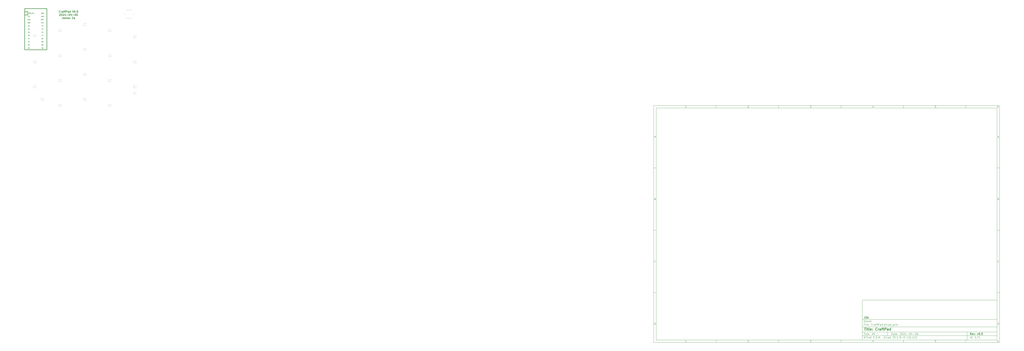
<source format=gbr>
%TF.GenerationSoftware,KiCad,Pcbnew,(5.1.9-0-10_14)*%
%TF.CreationDate,2021-04-06T08:54:49+08:00*%
%TF.ProjectId,CraftPad,43726166-7450-4616-942e-6b696361645f,v0.5*%
%TF.SameCoordinates,Original*%
%TF.FileFunction,Legend,Top*%
%TF.FilePolarity,Positive*%
%FSLAX46Y46*%
G04 Gerber Fmt 4.6, Leading zero omitted, Abs format (unit mm)*
G04 Created by KiCad (PCBNEW (5.1.9-0-10_14)) date 2021-04-06 08:54:49*
%MOMM*%
%LPD*%
G01*
G04 APERTURE LIST*
%ADD10C,0.100000*%
%ADD11C,0.150000*%
%ADD12C,0.300000*%
%ADD13C,0.400000*%
%ADD14C,0.120000*%
%ADD15C,0.381000*%
G04 APERTURE END LIST*
D10*
D11*
X177002200Y-166007200D02*
X177002200Y-198007200D01*
X285002200Y-198007200D01*
X285002200Y-166007200D01*
X177002200Y-166007200D01*
D10*
D11*
X10000000Y-10000000D02*
X10000000Y-200007200D01*
X287002200Y-200007200D01*
X287002200Y-10000000D01*
X10000000Y-10000000D01*
D10*
D11*
X12000000Y-12000000D02*
X12000000Y-198007200D01*
X285002200Y-198007200D01*
X285002200Y-12000000D01*
X12000000Y-12000000D01*
D10*
D11*
X60000000Y-12000000D02*
X60000000Y-10000000D01*
D10*
D11*
X110000000Y-12000000D02*
X110000000Y-10000000D01*
D10*
D11*
X160000000Y-12000000D02*
X160000000Y-10000000D01*
D10*
D11*
X210000000Y-12000000D02*
X210000000Y-10000000D01*
D10*
D11*
X260000000Y-12000000D02*
X260000000Y-10000000D01*
D10*
D11*
X36065476Y-11588095D02*
X35322619Y-11588095D01*
X35694047Y-11588095D02*
X35694047Y-10288095D01*
X35570238Y-10473809D01*
X35446428Y-10597619D01*
X35322619Y-10659523D01*
D10*
D11*
X85322619Y-10411904D02*
X85384523Y-10350000D01*
X85508333Y-10288095D01*
X85817857Y-10288095D01*
X85941666Y-10350000D01*
X86003571Y-10411904D01*
X86065476Y-10535714D01*
X86065476Y-10659523D01*
X86003571Y-10845238D01*
X85260714Y-11588095D01*
X86065476Y-11588095D01*
D10*
D11*
X135260714Y-10288095D02*
X136065476Y-10288095D01*
X135632142Y-10783333D01*
X135817857Y-10783333D01*
X135941666Y-10845238D01*
X136003571Y-10907142D01*
X136065476Y-11030952D01*
X136065476Y-11340476D01*
X136003571Y-11464285D01*
X135941666Y-11526190D01*
X135817857Y-11588095D01*
X135446428Y-11588095D01*
X135322619Y-11526190D01*
X135260714Y-11464285D01*
D10*
D11*
X185941666Y-10721428D02*
X185941666Y-11588095D01*
X185632142Y-10226190D02*
X185322619Y-11154761D01*
X186127380Y-11154761D01*
D10*
D11*
X236003571Y-10288095D02*
X235384523Y-10288095D01*
X235322619Y-10907142D01*
X235384523Y-10845238D01*
X235508333Y-10783333D01*
X235817857Y-10783333D01*
X235941666Y-10845238D01*
X236003571Y-10907142D01*
X236065476Y-11030952D01*
X236065476Y-11340476D01*
X236003571Y-11464285D01*
X235941666Y-11526190D01*
X235817857Y-11588095D01*
X235508333Y-11588095D01*
X235384523Y-11526190D01*
X235322619Y-11464285D01*
D10*
D11*
X285941666Y-10288095D02*
X285694047Y-10288095D01*
X285570238Y-10350000D01*
X285508333Y-10411904D01*
X285384523Y-10597619D01*
X285322619Y-10845238D01*
X285322619Y-11340476D01*
X285384523Y-11464285D01*
X285446428Y-11526190D01*
X285570238Y-11588095D01*
X285817857Y-11588095D01*
X285941666Y-11526190D01*
X286003571Y-11464285D01*
X286065476Y-11340476D01*
X286065476Y-11030952D01*
X286003571Y-10907142D01*
X285941666Y-10845238D01*
X285817857Y-10783333D01*
X285570238Y-10783333D01*
X285446428Y-10845238D01*
X285384523Y-10907142D01*
X285322619Y-11030952D01*
D10*
D11*
X60000000Y-198007200D02*
X60000000Y-200007200D01*
D10*
D11*
X110000000Y-198007200D02*
X110000000Y-200007200D01*
D10*
D11*
X160000000Y-198007200D02*
X160000000Y-200007200D01*
D10*
D11*
X210000000Y-198007200D02*
X210000000Y-200007200D01*
D10*
D11*
X260000000Y-198007200D02*
X260000000Y-200007200D01*
D10*
D11*
X36065476Y-199595295D02*
X35322619Y-199595295D01*
X35694047Y-199595295D02*
X35694047Y-198295295D01*
X35570238Y-198481009D01*
X35446428Y-198604819D01*
X35322619Y-198666723D01*
D10*
D11*
X85322619Y-198419104D02*
X85384523Y-198357200D01*
X85508333Y-198295295D01*
X85817857Y-198295295D01*
X85941666Y-198357200D01*
X86003571Y-198419104D01*
X86065476Y-198542914D01*
X86065476Y-198666723D01*
X86003571Y-198852438D01*
X85260714Y-199595295D01*
X86065476Y-199595295D01*
D10*
D11*
X135260714Y-198295295D02*
X136065476Y-198295295D01*
X135632142Y-198790533D01*
X135817857Y-198790533D01*
X135941666Y-198852438D01*
X136003571Y-198914342D01*
X136065476Y-199038152D01*
X136065476Y-199347676D01*
X136003571Y-199471485D01*
X135941666Y-199533390D01*
X135817857Y-199595295D01*
X135446428Y-199595295D01*
X135322619Y-199533390D01*
X135260714Y-199471485D01*
D10*
D11*
X185941666Y-198728628D02*
X185941666Y-199595295D01*
X185632142Y-198233390D02*
X185322619Y-199161961D01*
X186127380Y-199161961D01*
D10*
D11*
X236003571Y-198295295D02*
X235384523Y-198295295D01*
X235322619Y-198914342D01*
X235384523Y-198852438D01*
X235508333Y-198790533D01*
X235817857Y-198790533D01*
X235941666Y-198852438D01*
X236003571Y-198914342D01*
X236065476Y-199038152D01*
X236065476Y-199347676D01*
X236003571Y-199471485D01*
X235941666Y-199533390D01*
X235817857Y-199595295D01*
X235508333Y-199595295D01*
X235384523Y-199533390D01*
X235322619Y-199471485D01*
D10*
D11*
X285941666Y-198295295D02*
X285694047Y-198295295D01*
X285570238Y-198357200D01*
X285508333Y-198419104D01*
X285384523Y-198604819D01*
X285322619Y-198852438D01*
X285322619Y-199347676D01*
X285384523Y-199471485D01*
X285446428Y-199533390D01*
X285570238Y-199595295D01*
X285817857Y-199595295D01*
X285941666Y-199533390D01*
X286003571Y-199471485D01*
X286065476Y-199347676D01*
X286065476Y-199038152D01*
X286003571Y-198914342D01*
X285941666Y-198852438D01*
X285817857Y-198790533D01*
X285570238Y-198790533D01*
X285446428Y-198852438D01*
X285384523Y-198914342D01*
X285322619Y-199038152D01*
D10*
D11*
X10000000Y-60000000D02*
X12000000Y-60000000D01*
D10*
D11*
X10000000Y-110000000D02*
X12000000Y-110000000D01*
D10*
D11*
X10000000Y-160000000D02*
X12000000Y-160000000D01*
D10*
D11*
X10690476Y-35216666D02*
X11309523Y-35216666D01*
X10566666Y-35588095D02*
X11000000Y-34288095D01*
X11433333Y-35588095D01*
D10*
D11*
X11092857Y-84907142D02*
X11278571Y-84969047D01*
X11340476Y-85030952D01*
X11402380Y-85154761D01*
X11402380Y-85340476D01*
X11340476Y-85464285D01*
X11278571Y-85526190D01*
X11154761Y-85588095D01*
X10659523Y-85588095D01*
X10659523Y-84288095D01*
X11092857Y-84288095D01*
X11216666Y-84350000D01*
X11278571Y-84411904D01*
X11340476Y-84535714D01*
X11340476Y-84659523D01*
X11278571Y-84783333D01*
X11216666Y-84845238D01*
X11092857Y-84907142D01*
X10659523Y-84907142D01*
D10*
D11*
X11402380Y-135464285D02*
X11340476Y-135526190D01*
X11154761Y-135588095D01*
X11030952Y-135588095D01*
X10845238Y-135526190D01*
X10721428Y-135402380D01*
X10659523Y-135278571D01*
X10597619Y-135030952D01*
X10597619Y-134845238D01*
X10659523Y-134597619D01*
X10721428Y-134473809D01*
X10845238Y-134350000D01*
X11030952Y-134288095D01*
X11154761Y-134288095D01*
X11340476Y-134350000D01*
X11402380Y-134411904D01*
D10*
D11*
X10659523Y-185588095D02*
X10659523Y-184288095D01*
X10969047Y-184288095D01*
X11154761Y-184350000D01*
X11278571Y-184473809D01*
X11340476Y-184597619D01*
X11402380Y-184845238D01*
X11402380Y-185030952D01*
X11340476Y-185278571D01*
X11278571Y-185402380D01*
X11154761Y-185526190D01*
X10969047Y-185588095D01*
X10659523Y-185588095D01*
D10*
D11*
X287002200Y-60000000D02*
X285002200Y-60000000D01*
D10*
D11*
X287002200Y-110000000D02*
X285002200Y-110000000D01*
D10*
D11*
X287002200Y-160000000D02*
X285002200Y-160000000D01*
D10*
D11*
X285692676Y-35216666D02*
X286311723Y-35216666D01*
X285568866Y-35588095D02*
X286002200Y-34288095D01*
X286435533Y-35588095D01*
D10*
D11*
X286095057Y-84907142D02*
X286280771Y-84969047D01*
X286342676Y-85030952D01*
X286404580Y-85154761D01*
X286404580Y-85340476D01*
X286342676Y-85464285D01*
X286280771Y-85526190D01*
X286156961Y-85588095D01*
X285661723Y-85588095D01*
X285661723Y-84288095D01*
X286095057Y-84288095D01*
X286218866Y-84350000D01*
X286280771Y-84411904D01*
X286342676Y-84535714D01*
X286342676Y-84659523D01*
X286280771Y-84783333D01*
X286218866Y-84845238D01*
X286095057Y-84907142D01*
X285661723Y-84907142D01*
D10*
D11*
X286404580Y-135464285D02*
X286342676Y-135526190D01*
X286156961Y-135588095D01*
X286033152Y-135588095D01*
X285847438Y-135526190D01*
X285723628Y-135402380D01*
X285661723Y-135278571D01*
X285599819Y-135030952D01*
X285599819Y-134845238D01*
X285661723Y-134597619D01*
X285723628Y-134473809D01*
X285847438Y-134350000D01*
X286033152Y-134288095D01*
X286156961Y-134288095D01*
X286342676Y-134350000D01*
X286404580Y-134411904D01*
D10*
D11*
X285661723Y-185588095D02*
X285661723Y-184288095D01*
X285971247Y-184288095D01*
X286156961Y-184350000D01*
X286280771Y-184473809D01*
X286342676Y-184597619D01*
X286404580Y-184845238D01*
X286404580Y-185030952D01*
X286342676Y-185278571D01*
X286280771Y-185402380D01*
X286156961Y-185526190D01*
X285971247Y-185588095D01*
X285661723Y-185588095D01*
D10*
D11*
X200434342Y-193785771D02*
X200434342Y-192285771D01*
X200791485Y-192285771D01*
X201005771Y-192357200D01*
X201148628Y-192500057D01*
X201220057Y-192642914D01*
X201291485Y-192928628D01*
X201291485Y-193142914D01*
X201220057Y-193428628D01*
X201148628Y-193571485D01*
X201005771Y-193714342D01*
X200791485Y-193785771D01*
X200434342Y-193785771D01*
X202577200Y-193785771D02*
X202577200Y-193000057D01*
X202505771Y-192857200D01*
X202362914Y-192785771D01*
X202077200Y-192785771D01*
X201934342Y-192857200D01*
X202577200Y-193714342D02*
X202434342Y-193785771D01*
X202077200Y-193785771D01*
X201934342Y-193714342D01*
X201862914Y-193571485D01*
X201862914Y-193428628D01*
X201934342Y-193285771D01*
X202077200Y-193214342D01*
X202434342Y-193214342D01*
X202577200Y-193142914D01*
X203077200Y-192785771D02*
X203648628Y-192785771D01*
X203291485Y-192285771D02*
X203291485Y-193571485D01*
X203362914Y-193714342D01*
X203505771Y-193785771D01*
X203648628Y-193785771D01*
X204720057Y-193714342D02*
X204577200Y-193785771D01*
X204291485Y-193785771D01*
X204148628Y-193714342D01*
X204077200Y-193571485D01*
X204077200Y-193000057D01*
X204148628Y-192857200D01*
X204291485Y-192785771D01*
X204577200Y-192785771D01*
X204720057Y-192857200D01*
X204791485Y-193000057D01*
X204791485Y-193142914D01*
X204077200Y-193285771D01*
X205434342Y-193642914D02*
X205505771Y-193714342D01*
X205434342Y-193785771D01*
X205362914Y-193714342D01*
X205434342Y-193642914D01*
X205434342Y-193785771D01*
X205434342Y-192857200D02*
X205505771Y-192928628D01*
X205434342Y-193000057D01*
X205362914Y-192928628D01*
X205434342Y-192857200D01*
X205434342Y-193000057D01*
X207220057Y-192428628D02*
X207291485Y-192357200D01*
X207434342Y-192285771D01*
X207791485Y-192285771D01*
X207934342Y-192357200D01*
X208005771Y-192428628D01*
X208077200Y-192571485D01*
X208077200Y-192714342D01*
X208005771Y-192928628D01*
X207148628Y-193785771D01*
X208077200Y-193785771D01*
X209005771Y-192285771D02*
X209148628Y-192285771D01*
X209291485Y-192357200D01*
X209362914Y-192428628D01*
X209434342Y-192571485D01*
X209505771Y-192857200D01*
X209505771Y-193214342D01*
X209434342Y-193500057D01*
X209362914Y-193642914D01*
X209291485Y-193714342D01*
X209148628Y-193785771D01*
X209005771Y-193785771D01*
X208862914Y-193714342D01*
X208791485Y-193642914D01*
X208720057Y-193500057D01*
X208648628Y-193214342D01*
X208648628Y-192857200D01*
X208720057Y-192571485D01*
X208791485Y-192428628D01*
X208862914Y-192357200D01*
X209005771Y-192285771D01*
X210077200Y-192428628D02*
X210148628Y-192357200D01*
X210291485Y-192285771D01*
X210648628Y-192285771D01*
X210791485Y-192357200D01*
X210862914Y-192428628D01*
X210934342Y-192571485D01*
X210934342Y-192714342D01*
X210862914Y-192928628D01*
X210005771Y-193785771D01*
X210934342Y-193785771D01*
X212362914Y-193785771D02*
X211505771Y-193785771D01*
X211934342Y-193785771D02*
X211934342Y-192285771D01*
X211791485Y-192500057D01*
X211648628Y-192642914D01*
X211505771Y-192714342D01*
X213005771Y-193214342D02*
X214148628Y-193214342D01*
X215148628Y-192285771D02*
X215291485Y-192285771D01*
X215434342Y-192357200D01*
X215505771Y-192428628D01*
X215577200Y-192571485D01*
X215648628Y-192857200D01*
X215648628Y-193214342D01*
X215577200Y-193500057D01*
X215505771Y-193642914D01*
X215434342Y-193714342D01*
X215291485Y-193785771D01*
X215148628Y-193785771D01*
X215005771Y-193714342D01*
X214934342Y-193642914D01*
X214862914Y-193500057D01*
X214791485Y-193214342D01*
X214791485Y-192857200D01*
X214862914Y-192571485D01*
X214934342Y-192428628D01*
X215005771Y-192357200D01*
X215148628Y-192285771D01*
X216934342Y-192785771D02*
X216934342Y-193785771D01*
X216577200Y-192214342D02*
X216220057Y-193285771D01*
X217148628Y-193285771D01*
X217720057Y-193214342D02*
X218862914Y-193214342D01*
X219862914Y-192285771D02*
X220005771Y-192285771D01*
X220148628Y-192357200D01*
X220220057Y-192428628D01*
X220291485Y-192571485D01*
X220362914Y-192857200D01*
X220362914Y-193214342D01*
X220291485Y-193500057D01*
X220220057Y-193642914D01*
X220148628Y-193714342D01*
X220005771Y-193785771D01*
X219862914Y-193785771D01*
X219720057Y-193714342D01*
X219648628Y-193642914D01*
X219577200Y-193500057D01*
X219505771Y-193214342D01*
X219505771Y-192857200D01*
X219577200Y-192571485D01*
X219648628Y-192428628D01*
X219720057Y-192357200D01*
X219862914Y-192285771D01*
X221648628Y-192285771D02*
X221362914Y-192285771D01*
X221220057Y-192357200D01*
X221148628Y-192428628D01*
X221005771Y-192642914D01*
X220934342Y-192928628D01*
X220934342Y-193500057D01*
X221005771Y-193642914D01*
X221077200Y-193714342D01*
X221220057Y-193785771D01*
X221505771Y-193785771D01*
X221648628Y-193714342D01*
X221720057Y-193642914D01*
X221791485Y-193500057D01*
X221791485Y-193142914D01*
X221720057Y-193000057D01*
X221648628Y-192928628D01*
X221505771Y-192857200D01*
X221220057Y-192857200D01*
X221077200Y-192928628D01*
X221005771Y-193000057D01*
X220934342Y-193142914D01*
D10*
D11*
X177002200Y-194507200D02*
X285002200Y-194507200D01*
D10*
D11*
X178434342Y-196585771D02*
X178434342Y-195085771D01*
X179291485Y-196585771D02*
X178648628Y-195728628D01*
X179291485Y-195085771D02*
X178434342Y-195942914D01*
X179934342Y-196585771D02*
X179934342Y-195585771D01*
X179934342Y-195085771D02*
X179862914Y-195157200D01*
X179934342Y-195228628D01*
X180005771Y-195157200D01*
X179934342Y-195085771D01*
X179934342Y-195228628D01*
X181505771Y-196442914D02*
X181434342Y-196514342D01*
X181220057Y-196585771D01*
X181077200Y-196585771D01*
X180862914Y-196514342D01*
X180720057Y-196371485D01*
X180648628Y-196228628D01*
X180577200Y-195942914D01*
X180577200Y-195728628D01*
X180648628Y-195442914D01*
X180720057Y-195300057D01*
X180862914Y-195157200D01*
X181077200Y-195085771D01*
X181220057Y-195085771D01*
X181434342Y-195157200D01*
X181505771Y-195228628D01*
X182791485Y-196585771D02*
X182791485Y-195800057D01*
X182720057Y-195657200D01*
X182577200Y-195585771D01*
X182291485Y-195585771D01*
X182148628Y-195657200D01*
X182791485Y-196514342D02*
X182648628Y-196585771D01*
X182291485Y-196585771D01*
X182148628Y-196514342D01*
X182077200Y-196371485D01*
X182077200Y-196228628D01*
X182148628Y-196085771D01*
X182291485Y-196014342D01*
X182648628Y-196014342D01*
X182791485Y-195942914D01*
X184148628Y-196585771D02*
X184148628Y-195085771D01*
X184148628Y-196514342D02*
X184005771Y-196585771D01*
X183720057Y-196585771D01*
X183577200Y-196514342D01*
X183505771Y-196442914D01*
X183434342Y-196300057D01*
X183434342Y-195871485D01*
X183505771Y-195728628D01*
X183577200Y-195657200D01*
X183720057Y-195585771D01*
X184005771Y-195585771D01*
X184148628Y-195657200D01*
X186005771Y-195800057D02*
X186505771Y-195800057D01*
X186720057Y-196585771D02*
X186005771Y-196585771D01*
X186005771Y-195085771D01*
X186720057Y-195085771D01*
X187362914Y-196442914D02*
X187434342Y-196514342D01*
X187362914Y-196585771D01*
X187291485Y-196514342D01*
X187362914Y-196442914D01*
X187362914Y-196585771D01*
X188077200Y-196585771D02*
X188077200Y-195085771D01*
X188434342Y-195085771D01*
X188648628Y-195157200D01*
X188791485Y-195300057D01*
X188862914Y-195442914D01*
X188934342Y-195728628D01*
X188934342Y-195942914D01*
X188862914Y-196228628D01*
X188791485Y-196371485D01*
X188648628Y-196514342D01*
X188434342Y-196585771D01*
X188077200Y-196585771D01*
X189577200Y-196442914D02*
X189648628Y-196514342D01*
X189577200Y-196585771D01*
X189505771Y-196514342D01*
X189577200Y-196442914D01*
X189577200Y-196585771D01*
X190220057Y-196157200D02*
X190934342Y-196157200D01*
X190077200Y-196585771D02*
X190577200Y-195085771D01*
X191077200Y-196585771D01*
X191577200Y-196442914D02*
X191648628Y-196514342D01*
X191577200Y-196585771D01*
X191505771Y-196514342D01*
X191577200Y-196442914D01*
X191577200Y-196585771D01*
X194577200Y-196585771D02*
X194577200Y-195085771D01*
X194720057Y-196014342D02*
X195148628Y-196585771D01*
X195148628Y-195585771D02*
X194577200Y-196157200D01*
X195791485Y-196585771D02*
X195791485Y-195585771D01*
X195791485Y-195085771D02*
X195720057Y-195157200D01*
X195791485Y-195228628D01*
X195862914Y-195157200D01*
X195791485Y-195085771D01*
X195791485Y-195228628D01*
X197148628Y-196514342D02*
X197005771Y-196585771D01*
X196720057Y-196585771D01*
X196577200Y-196514342D01*
X196505771Y-196442914D01*
X196434342Y-196300057D01*
X196434342Y-195871485D01*
X196505771Y-195728628D01*
X196577200Y-195657200D01*
X196720057Y-195585771D01*
X197005771Y-195585771D01*
X197148628Y-195657200D01*
X198434342Y-196585771D02*
X198434342Y-195800057D01*
X198362914Y-195657200D01*
X198220057Y-195585771D01*
X197934342Y-195585771D01*
X197791485Y-195657200D01*
X198434342Y-196514342D02*
X198291485Y-196585771D01*
X197934342Y-196585771D01*
X197791485Y-196514342D01*
X197720057Y-196371485D01*
X197720057Y-196228628D01*
X197791485Y-196085771D01*
X197934342Y-196014342D01*
X198291485Y-196014342D01*
X198434342Y-195942914D01*
X199791485Y-196585771D02*
X199791485Y-195085771D01*
X199791485Y-196514342D02*
X199648628Y-196585771D01*
X199362914Y-196585771D01*
X199220057Y-196514342D01*
X199148628Y-196442914D01*
X199077200Y-196300057D01*
X199077200Y-195871485D01*
X199148628Y-195728628D01*
X199220057Y-195657200D01*
X199362914Y-195585771D01*
X199648628Y-195585771D01*
X199791485Y-195657200D01*
X202077200Y-197157200D02*
X202005771Y-197085771D01*
X201862914Y-196871485D01*
X201791485Y-196728628D01*
X201720057Y-196514342D01*
X201648628Y-196157200D01*
X201648628Y-195871485D01*
X201720057Y-195514342D01*
X201791485Y-195300057D01*
X201862914Y-195157200D01*
X202005771Y-194942914D01*
X202077200Y-194871485D01*
X203362914Y-195085771D02*
X202648628Y-195085771D01*
X202577200Y-195800057D01*
X202648628Y-195728628D01*
X202791485Y-195657200D01*
X203148628Y-195657200D01*
X203291485Y-195728628D01*
X203362914Y-195800057D01*
X203434342Y-195942914D01*
X203434342Y-196300057D01*
X203362914Y-196442914D01*
X203291485Y-196514342D01*
X203148628Y-196585771D01*
X202791485Y-196585771D01*
X202648628Y-196514342D01*
X202577200Y-196442914D01*
X204077200Y-196442914D02*
X204148628Y-196514342D01*
X204077200Y-196585771D01*
X204005771Y-196514342D01*
X204077200Y-196442914D01*
X204077200Y-196585771D01*
X205577200Y-196585771D02*
X204720057Y-196585771D01*
X205148628Y-196585771D02*
X205148628Y-195085771D01*
X205005771Y-195300057D01*
X204862914Y-195442914D01*
X204720057Y-195514342D01*
X206220057Y-196442914D02*
X206291485Y-196514342D01*
X206220057Y-196585771D01*
X206148628Y-196514342D01*
X206220057Y-196442914D01*
X206220057Y-196585771D01*
X207005771Y-196585771D02*
X207291485Y-196585771D01*
X207434342Y-196514342D01*
X207505771Y-196442914D01*
X207648628Y-196228628D01*
X207720057Y-195942914D01*
X207720057Y-195371485D01*
X207648628Y-195228628D01*
X207577200Y-195157200D01*
X207434342Y-195085771D01*
X207148628Y-195085771D01*
X207005771Y-195157200D01*
X206934342Y-195228628D01*
X206862914Y-195371485D01*
X206862914Y-195728628D01*
X206934342Y-195871485D01*
X207005771Y-195942914D01*
X207148628Y-196014342D01*
X207434342Y-196014342D01*
X207577200Y-195942914D01*
X207648628Y-195871485D01*
X207720057Y-195728628D01*
X208362914Y-196014342D02*
X209505771Y-196014342D01*
X210505771Y-195085771D02*
X210648628Y-195085771D01*
X210791485Y-195157200D01*
X210862914Y-195228628D01*
X210934342Y-195371485D01*
X211005771Y-195657200D01*
X211005771Y-196014342D01*
X210934342Y-196300057D01*
X210862914Y-196442914D01*
X210791485Y-196514342D01*
X210648628Y-196585771D01*
X210505771Y-196585771D01*
X210362914Y-196514342D01*
X210291485Y-196442914D01*
X210220057Y-196300057D01*
X210148628Y-196014342D01*
X210148628Y-195657200D01*
X210220057Y-195371485D01*
X210291485Y-195228628D01*
X210362914Y-195157200D01*
X210505771Y-195085771D01*
X211648628Y-196014342D02*
X212791485Y-196014342D01*
X214291485Y-196585771D02*
X213434342Y-196585771D01*
X213862914Y-196585771D02*
X213862914Y-195085771D01*
X213720057Y-195300057D01*
X213577200Y-195442914D01*
X213434342Y-195514342D01*
X215220057Y-195085771D02*
X215362914Y-195085771D01*
X215505771Y-195157200D01*
X215577200Y-195228628D01*
X215648628Y-195371485D01*
X215720057Y-195657200D01*
X215720057Y-196014342D01*
X215648628Y-196300057D01*
X215577200Y-196442914D01*
X215505771Y-196514342D01*
X215362914Y-196585771D01*
X215220057Y-196585771D01*
X215077200Y-196514342D01*
X215005771Y-196442914D01*
X214934342Y-196300057D01*
X214862914Y-196014342D01*
X214862914Y-195657200D01*
X214934342Y-195371485D01*
X215005771Y-195228628D01*
X215077200Y-195157200D01*
X215220057Y-195085771D01*
X216005771Y-196728628D02*
X217148628Y-196728628D01*
X218291485Y-196585771D02*
X217434342Y-196585771D01*
X217862914Y-196585771D02*
X217862914Y-195085771D01*
X217720057Y-195300057D01*
X217577200Y-195442914D01*
X217434342Y-195514342D01*
X219577200Y-195585771D02*
X219577200Y-196585771D01*
X219220057Y-195014342D02*
X218862914Y-196085771D01*
X219791485Y-196085771D01*
X220220057Y-197157200D02*
X220291485Y-197085771D01*
X220434342Y-196871485D01*
X220505771Y-196728628D01*
X220577200Y-196514342D01*
X220648628Y-196157200D01*
X220648628Y-195871485D01*
X220577200Y-195514342D01*
X220505771Y-195300057D01*
X220434342Y-195157200D01*
X220291485Y-194942914D01*
X220220057Y-194871485D01*
D10*
D11*
X177002200Y-191507200D02*
X285002200Y-191507200D01*
D10*
D12*
X264411485Y-193785771D02*
X263911485Y-193071485D01*
X263554342Y-193785771D02*
X263554342Y-192285771D01*
X264125771Y-192285771D01*
X264268628Y-192357200D01*
X264340057Y-192428628D01*
X264411485Y-192571485D01*
X264411485Y-192785771D01*
X264340057Y-192928628D01*
X264268628Y-193000057D01*
X264125771Y-193071485D01*
X263554342Y-193071485D01*
X265625771Y-193714342D02*
X265482914Y-193785771D01*
X265197200Y-193785771D01*
X265054342Y-193714342D01*
X264982914Y-193571485D01*
X264982914Y-193000057D01*
X265054342Y-192857200D01*
X265197200Y-192785771D01*
X265482914Y-192785771D01*
X265625771Y-192857200D01*
X265697200Y-193000057D01*
X265697200Y-193142914D01*
X264982914Y-193285771D01*
X266197200Y-192785771D02*
X266554342Y-193785771D01*
X266911485Y-192785771D01*
X267482914Y-193642914D02*
X267554342Y-193714342D01*
X267482914Y-193785771D01*
X267411485Y-193714342D01*
X267482914Y-193642914D01*
X267482914Y-193785771D01*
X267482914Y-192857200D02*
X267554342Y-192928628D01*
X267482914Y-193000057D01*
X267411485Y-192928628D01*
X267482914Y-192857200D01*
X267482914Y-193000057D01*
X269197200Y-192785771D02*
X269554342Y-193785771D01*
X269911485Y-192785771D01*
X270768628Y-192285771D02*
X270911485Y-192285771D01*
X271054342Y-192357200D01*
X271125771Y-192428628D01*
X271197200Y-192571485D01*
X271268628Y-192857200D01*
X271268628Y-193214342D01*
X271197200Y-193500057D01*
X271125771Y-193642914D01*
X271054342Y-193714342D01*
X270911485Y-193785771D01*
X270768628Y-193785771D01*
X270625771Y-193714342D01*
X270554342Y-193642914D01*
X270482914Y-193500057D01*
X270411485Y-193214342D01*
X270411485Y-192857200D01*
X270482914Y-192571485D01*
X270554342Y-192428628D01*
X270625771Y-192357200D01*
X270768628Y-192285771D01*
X271911485Y-193642914D02*
X271982914Y-193714342D01*
X271911485Y-193785771D01*
X271840057Y-193714342D01*
X271911485Y-193642914D01*
X271911485Y-193785771D01*
X273340057Y-192285771D02*
X272625771Y-192285771D01*
X272554342Y-193000057D01*
X272625771Y-192928628D01*
X272768628Y-192857200D01*
X273125771Y-192857200D01*
X273268628Y-192928628D01*
X273340057Y-193000057D01*
X273411485Y-193142914D01*
X273411485Y-193500057D01*
X273340057Y-193642914D01*
X273268628Y-193714342D01*
X273125771Y-193785771D01*
X272768628Y-193785771D01*
X272625771Y-193714342D01*
X272554342Y-193642914D01*
D10*
D11*
X178362914Y-193714342D02*
X178577200Y-193785771D01*
X178934342Y-193785771D01*
X179077200Y-193714342D01*
X179148628Y-193642914D01*
X179220057Y-193500057D01*
X179220057Y-193357200D01*
X179148628Y-193214342D01*
X179077200Y-193142914D01*
X178934342Y-193071485D01*
X178648628Y-193000057D01*
X178505771Y-192928628D01*
X178434342Y-192857200D01*
X178362914Y-192714342D01*
X178362914Y-192571485D01*
X178434342Y-192428628D01*
X178505771Y-192357200D01*
X178648628Y-192285771D01*
X179005771Y-192285771D01*
X179220057Y-192357200D01*
X179862914Y-193785771D02*
X179862914Y-192785771D01*
X179862914Y-192285771D02*
X179791485Y-192357200D01*
X179862914Y-192428628D01*
X179934342Y-192357200D01*
X179862914Y-192285771D01*
X179862914Y-192428628D01*
X180434342Y-192785771D02*
X181220057Y-192785771D01*
X180434342Y-193785771D01*
X181220057Y-193785771D01*
X182362914Y-193714342D02*
X182220057Y-193785771D01*
X181934342Y-193785771D01*
X181791485Y-193714342D01*
X181720057Y-193571485D01*
X181720057Y-193000057D01*
X181791485Y-192857200D01*
X181934342Y-192785771D01*
X182220057Y-192785771D01*
X182362914Y-192857200D01*
X182434342Y-193000057D01*
X182434342Y-193142914D01*
X181720057Y-193285771D01*
X183077200Y-193642914D02*
X183148628Y-193714342D01*
X183077200Y-193785771D01*
X183005771Y-193714342D01*
X183077200Y-193642914D01*
X183077200Y-193785771D01*
X183077200Y-192857200D02*
X183148628Y-192928628D01*
X183077200Y-193000057D01*
X183005771Y-192928628D01*
X183077200Y-192857200D01*
X183077200Y-193000057D01*
X184862914Y-193357200D02*
X185577200Y-193357200D01*
X184720057Y-193785771D02*
X185220057Y-192285771D01*
X185720057Y-193785771D01*
X186862914Y-192785771D02*
X186862914Y-193785771D01*
X186505771Y-192214342D02*
X186148628Y-193285771D01*
X187077200Y-193285771D01*
D10*
D11*
X263434342Y-196585771D02*
X263434342Y-195085771D01*
X264791485Y-196585771D02*
X264791485Y-195085771D01*
X264791485Y-196514342D02*
X264648628Y-196585771D01*
X264362914Y-196585771D01*
X264220057Y-196514342D01*
X264148628Y-196442914D01*
X264077200Y-196300057D01*
X264077200Y-195871485D01*
X264148628Y-195728628D01*
X264220057Y-195657200D01*
X264362914Y-195585771D01*
X264648628Y-195585771D01*
X264791485Y-195657200D01*
X265505771Y-196442914D02*
X265577200Y-196514342D01*
X265505771Y-196585771D01*
X265434342Y-196514342D01*
X265505771Y-196442914D01*
X265505771Y-196585771D01*
X265505771Y-195657200D02*
X265577200Y-195728628D01*
X265505771Y-195800057D01*
X265434342Y-195728628D01*
X265505771Y-195657200D01*
X265505771Y-195800057D01*
X268148628Y-196585771D02*
X267291485Y-196585771D01*
X267720057Y-196585771D02*
X267720057Y-195085771D01*
X267577200Y-195300057D01*
X267434342Y-195442914D01*
X267291485Y-195514342D01*
X269862914Y-195014342D02*
X268577200Y-196942914D01*
X271148628Y-196585771D02*
X270291485Y-196585771D01*
X270720057Y-196585771D02*
X270720057Y-195085771D01*
X270577200Y-195300057D01*
X270434342Y-195442914D01*
X270291485Y-195514342D01*
D10*
D11*
X177002200Y-187507200D02*
X285002200Y-187507200D01*
D10*
D13*
X178714580Y-188211961D02*
X179857438Y-188211961D01*
X179036009Y-190211961D02*
X179286009Y-188211961D01*
X180274104Y-190211961D02*
X180440771Y-188878628D01*
X180524104Y-188211961D02*
X180416961Y-188307200D01*
X180500295Y-188402438D01*
X180607438Y-188307200D01*
X180524104Y-188211961D01*
X180500295Y-188402438D01*
X181107438Y-188878628D02*
X181869342Y-188878628D01*
X181476485Y-188211961D02*
X181262200Y-189926247D01*
X181333628Y-190116723D01*
X181512200Y-190211961D01*
X181702676Y-190211961D01*
X182655057Y-190211961D02*
X182476485Y-190116723D01*
X182405057Y-189926247D01*
X182619342Y-188211961D01*
X184190771Y-190116723D02*
X183988390Y-190211961D01*
X183607438Y-190211961D01*
X183428866Y-190116723D01*
X183357438Y-189926247D01*
X183452676Y-189164342D01*
X183571723Y-188973866D01*
X183774104Y-188878628D01*
X184155057Y-188878628D01*
X184333628Y-188973866D01*
X184405057Y-189164342D01*
X184381247Y-189354819D01*
X183405057Y-189545295D01*
X185155057Y-190021485D02*
X185238390Y-190116723D01*
X185131247Y-190211961D01*
X185047914Y-190116723D01*
X185155057Y-190021485D01*
X185131247Y-190211961D01*
X185286009Y-188973866D02*
X185369342Y-189069104D01*
X185262200Y-189164342D01*
X185178866Y-189069104D01*
X185286009Y-188973866D01*
X185262200Y-189164342D01*
X188774104Y-190021485D02*
X188666961Y-190116723D01*
X188369342Y-190211961D01*
X188178866Y-190211961D01*
X187905057Y-190116723D01*
X187738390Y-189926247D01*
X187666961Y-189735771D01*
X187619342Y-189354819D01*
X187655057Y-189069104D01*
X187797914Y-188688152D01*
X187916961Y-188497676D01*
X188131247Y-188307200D01*
X188428866Y-188211961D01*
X188619342Y-188211961D01*
X188893152Y-188307200D01*
X188976485Y-188402438D01*
X189607438Y-190211961D02*
X189774104Y-188878628D01*
X189726485Y-189259580D02*
X189845533Y-189069104D01*
X189952676Y-188973866D01*
X190155057Y-188878628D01*
X190345533Y-188878628D01*
X191702676Y-190211961D02*
X191833628Y-189164342D01*
X191762200Y-188973866D01*
X191583628Y-188878628D01*
X191202676Y-188878628D01*
X191000295Y-188973866D01*
X191714580Y-190116723D02*
X191512200Y-190211961D01*
X191036009Y-190211961D01*
X190857438Y-190116723D01*
X190786009Y-189926247D01*
X190809819Y-189735771D01*
X190928866Y-189545295D01*
X191131247Y-189450057D01*
X191607438Y-189450057D01*
X191809819Y-189354819D01*
X192536009Y-188878628D02*
X193297914Y-188878628D01*
X192655057Y-190211961D02*
X192869342Y-188497676D01*
X192988390Y-188307200D01*
X193190771Y-188211961D01*
X193381247Y-188211961D01*
X193678866Y-188878628D02*
X194440771Y-188878628D01*
X194047914Y-188211961D02*
X193833628Y-189926247D01*
X193905057Y-190116723D01*
X194083628Y-190211961D01*
X194274104Y-190211961D01*
X194940771Y-190211961D02*
X195190771Y-188211961D01*
X195952676Y-188211961D01*
X196131247Y-188307200D01*
X196214580Y-188402438D01*
X196286009Y-188592914D01*
X196250295Y-188878628D01*
X196131247Y-189069104D01*
X196024104Y-189164342D01*
X195821723Y-189259580D01*
X195059819Y-189259580D01*
X197797914Y-190211961D02*
X197928866Y-189164342D01*
X197857438Y-188973866D01*
X197678866Y-188878628D01*
X197297914Y-188878628D01*
X197095533Y-188973866D01*
X197809819Y-190116723D02*
X197607438Y-190211961D01*
X197131247Y-190211961D01*
X196952676Y-190116723D01*
X196881247Y-189926247D01*
X196905057Y-189735771D01*
X197024104Y-189545295D01*
X197226485Y-189450057D01*
X197702676Y-189450057D01*
X197905057Y-189354819D01*
X199607438Y-190211961D02*
X199857438Y-188211961D01*
X199619342Y-190116723D02*
X199416961Y-190211961D01*
X199036009Y-190211961D01*
X198857438Y-190116723D01*
X198774104Y-190021485D01*
X198702676Y-189831009D01*
X198774104Y-189259580D01*
X198893152Y-189069104D01*
X199000295Y-188973866D01*
X199202676Y-188878628D01*
X199583628Y-188878628D01*
X199762200Y-188973866D01*
D10*
D11*
X178934342Y-185600057D02*
X178434342Y-185600057D01*
X178434342Y-186385771D02*
X178434342Y-184885771D01*
X179148628Y-184885771D01*
X179720057Y-186385771D02*
X179720057Y-185385771D01*
X179720057Y-184885771D02*
X179648628Y-184957200D01*
X179720057Y-185028628D01*
X179791485Y-184957200D01*
X179720057Y-184885771D01*
X179720057Y-185028628D01*
X180648628Y-186385771D02*
X180505771Y-186314342D01*
X180434342Y-186171485D01*
X180434342Y-184885771D01*
X181791485Y-186314342D02*
X181648628Y-186385771D01*
X181362914Y-186385771D01*
X181220057Y-186314342D01*
X181148628Y-186171485D01*
X181148628Y-185600057D01*
X181220057Y-185457200D01*
X181362914Y-185385771D01*
X181648628Y-185385771D01*
X181791485Y-185457200D01*
X181862914Y-185600057D01*
X181862914Y-185742914D01*
X181148628Y-185885771D01*
X182505771Y-186242914D02*
X182577200Y-186314342D01*
X182505771Y-186385771D01*
X182434342Y-186314342D01*
X182505771Y-186242914D01*
X182505771Y-186385771D01*
X182505771Y-185457200D02*
X182577200Y-185528628D01*
X182505771Y-185600057D01*
X182434342Y-185528628D01*
X182505771Y-185457200D01*
X182505771Y-185600057D01*
X185220057Y-186242914D02*
X185148628Y-186314342D01*
X184934342Y-186385771D01*
X184791485Y-186385771D01*
X184577200Y-186314342D01*
X184434342Y-186171485D01*
X184362914Y-186028628D01*
X184291485Y-185742914D01*
X184291485Y-185528628D01*
X184362914Y-185242914D01*
X184434342Y-185100057D01*
X184577200Y-184957200D01*
X184791485Y-184885771D01*
X184934342Y-184885771D01*
X185148628Y-184957200D01*
X185220057Y-185028628D01*
X185862914Y-186385771D02*
X185862914Y-185385771D01*
X185862914Y-185671485D02*
X185934342Y-185528628D01*
X186005771Y-185457200D01*
X186148628Y-185385771D01*
X186291485Y-185385771D01*
X187434342Y-186385771D02*
X187434342Y-185600057D01*
X187362914Y-185457200D01*
X187220057Y-185385771D01*
X186934342Y-185385771D01*
X186791485Y-185457200D01*
X187434342Y-186314342D02*
X187291485Y-186385771D01*
X186934342Y-186385771D01*
X186791485Y-186314342D01*
X186720057Y-186171485D01*
X186720057Y-186028628D01*
X186791485Y-185885771D01*
X186934342Y-185814342D01*
X187291485Y-185814342D01*
X187434342Y-185742914D01*
X187934342Y-185385771D02*
X188505771Y-185385771D01*
X188148628Y-186385771D02*
X188148628Y-185100057D01*
X188220057Y-184957200D01*
X188362914Y-184885771D01*
X188505771Y-184885771D01*
X188791485Y-185385771D02*
X189362914Y-185385771D01*
X189005771Y-184885771D02*
X189005771Y-186171485D01*
X189077200Y-186314342D01*
X189220057Y-186385771D01*
X189362914Y-186385771D01*
X189862914Y-186385771D02*
X189862914Y-184885771D01*
X190434342Y-184885771D01*
X190577200Y-184957200D01*
X190648628Y-185028628D01*
X190720057Y-185171485D01*
X190720057Y-185385771D01*
X190648628Y-185528628D01*
X190577200Y-185600057D01*
X190434342Y-185671485D01*
X189862914Y-185671485D01*
X192005771Y-186385771D02*
X192005771Y-185600057D01*
X191934342Y-185457200D01*
X191791485Y-185385771D01*
X191505771Y-185385771D01*
X191362914Y-185457200D01*
X192005771Y-186314342D02*
X191862914Y-186385771D01*
X191505771Y-186385771D01*
X191362914Y-186314342D01*
X191291485Y-186171485D01*
X191291485Y-186028628D01*
X191362914Y-185885771D01*
X191505771Y-185814342D01*
X191862914Y-185814342D01*
X192005771Y-185742914D01*
X193362914Y-186385771D02*
X193362914Y-184885771D01*
X193362914Y-186314342D02*
X193220057Y-186385771D01*
X192934342Y-186385771D01*
X192791485Y-186314342D01*
X192720057Y-186242914D01*
X192648628Y-186100057D01*
X192648628Y-185671485D01*
X192720057Y-185528628D01*
X192791485Y-185457200D01*
X192934342Y-185385771D01*
X193220057Y-185385771D01*
X193362914Y-185457200D01*
X194077200Y-186242914D02*
X194148628Y-186314342D01*
X194077200Y-186385771D01*
X194005771Y-186314342D01*
X194077200Y-186242914D01*
X194077200Y-186385771D01*
X194791485Y-186385771D02*
X194791485Y-184885771D01*
X194934342Y-185814342D02*
X195362914Y-186385771D01*
X195362914Y-185385771D02*
X194791485Y-185957200D01*
X196005771Y-186385771D02*
X196005771Y-185385771D01*
X196005771Y-184885771D02*
X195934342Y-184957200D01*
X196005771Y-185028628D01*
X196077200Y-184957200D01*
X196005771Y-184885771D01*
X196005771Y-185028628D01*
X197362914Y-186314342D02*
X197220057Y-186385771D01*
X196934342Y-186385771D01*
X196791485Y-186314342D01*
X196720057Y-186242914D01*
X196648628Y-186100057D01*
X196648628Y-185671485D01*
X196720057Y-185528628D01*
X196791485Y-185457200D01*
X196934342Y-185385771D01*
X197220057Y-185385771D01*
X197362914Y-185457200D01*
X198648628Y-186385771D02*
X198648628Y-185600057D01*
X198577200Y-185457200D01*
X198434342Y-185385771D01*
X198148628Y-185385771D01*
X198005771Y-185457200D01*
X198648628Y-186314342D02*
X198505771Y-186385771D01*
X198148628Y-186385771D01*
X198005771Y-186314342D01*
X197934342Y-186171485D01*
X197934342Y-186028628D01*
X198005771Y-185885771D01*
X198148628Y-185814342D01*
X198505771Y-185814342D01*
X198648628Y-185742914D01*
X200005771Y-186385771D02*
X200005771Y-184885771D01*
X200005771Y-186314342D02*
X199862914Y-186385771D01*
X199577200Y-186385771D01*
X199434342Y-186314342D01*
X199362914Y-186242914D01*
X199291485Y-186100057D01*
X199291485Y-185671485D01*
X199362914Y-185528628D01*
X199434342Y-185457200D01*
X199577200Y-185385771D01*
X199862914Y-185385771D01*
X200005771Y-185457200D01*
X200362914Y-186528628D02*
X201505771Y-186528628D01*
X201862914Y-185385771D02*
X201862914Y-186885771D01*
X201862914Y-185457200D02*
X202005771Y-185385771D01*
X202291485Y-185385771D01*
X202434342Y-185457200D01*
X202505771Y-185528628D01*
X202577200Y-185671485D01*
X202577200Y-186100057D01*
X202505771Y-186242914D01*
X202434342Y-186314342D01*
X202291485Y-186385771D01*
X202005771Y-186385771D01*
X201862914Y-186314342D01*
X203862914Y-186314342D02*
X203720057Y-186385771D01*
X203434342Y-186385771D01*
X203291485Y-186314342D01*
X203220057Y-186242914D01*
X203148628Y-186100057D01*
X203148628Y-185671485D01*
X203220057Y-185528628D01*
X203291485Y-185457200D01*
X203434342Y-185385771D01*
X203720057Y-185385771D01*
X203862914Y-185457200D01*
X204505771Y-186385771D02*
X204505771Y-184885771D01*
X204505771Y-185457200D02*
X204648628Y-185385771D01*
X204934342Y-185385771D01*
X205077200Y-185457200D01*
X205148628Y-185528628D01*
X205220057Y-185671485D01*
X205220057Y-186100057D01*
X205148628Y-186242914D01*
X205077200Y-186314342D01*
X204934342Y-186385771D01*
X204648628Y-186385771D01*
X204505771Y-186314342D01*
D10*
D11*
X177002200Y-181507200D02*
X285002200Y-181507200D01*
D10*
D11*
X178362914Y-183614342D02*
X178577200Y-183685771D01*
X178934342Y-183685771D01*
X179077200Y-183614342D01*
X179148628Y-183542914D01*
X179220057Y-183400057D01*
X179220057Y-183257200D01*
X179148628Y-183114342D01*
X179077200Y-183042914D01*
X178934342Y-182971485D01*
X178648628Y-182900057D01*
X178505771Y-182828628D01*
X178434342Y-182757200D01*
X178362914Y-182614342D01*
X178362914Y-182471485D01*
X178434342Y-182328628D01*
X178505771Y-182257200D01*
X178648628Y-182185771D01*
X179005771Y-182185771D01*
X179220057Y-182257200D01*
X179862914Y-183685771D02*
X179862914Y-182185771D01*
X180505771Y-183685771D02*
X180505771Y-182900057D01*
X180434342Y-182757200D01*
X180291485Y-182685771D01*
X180077200Y-182685771D01*
X179934342Y-182757200D01*
X179862914Y-182828628D01*
X181791485Y-183614342D02*
X181648628Y-183685771D01*
X181362914Y-183685771D01*
X181220057Y-183614342D01*
X181148628Y-183471485D01*
X181148628Y-182900057D01*
X181220057Y-182757200D01*
X181362914Y-182685771D01*
X181648628Y-182685771D01*
X181791485Y-182757200D01*
X181862914Y-182900057D01*
X181862914Y-183042914D01*
X181148628Y-183185771D01*
X183077200Y-183614342D02*
X182934342Y-183685771D01*
X182648628Y-183685771D01*
X182505771Y-183614342D01*
X182434342Y-183471485D01*
X182434342Y-182900057D01*
X182505771Y-182757200D01*
X182648628Y-182685771D01*
X182934342Y-182685771D01*
X183077200Y-182757200D01*
X183148628Y-182900057D01*
X183148628Y-183042914D01*
X182434342Y-183185771D01*
X183577200Y-182685771D02*
X184148628Y-182685771D01*
X183791485Y-182185771D02*
X183791485Y-183471485D01*
X183862914Y-183614342D01*
X184005771Y-183685771D01*
X184148628Y-183685771D01*
X184648628Y-183542914D02*
X184720057Y-183614342D01*
X184648628Y-183685771D01*
X184577200Y-183614342D01*
X184648628Y-183542914D01*
X184648628Y-183685771D01*
X184648628Y-182757200D02*
X184720057Y-182828628D01*
X184648628Y-182900057D01*
X184577200Y-182828628D01*
X184648628Y-182757200D01*
X184648628Y-182900057D01*
D10*
D12*
X178982914Y-179185771D02*
X178982914Y-180257200D01*
X178911485Y-180471485D01*
X178768628Y-180614342D01*
X178554342Y-180685771D01*
X178411485Y-180685771D01*
X179625771Y-180614342D02*
X179840057Y-180685771D01*
X180197200Y-180685771D01*
X180340057Y-180614342D01*
X180411485Y-180542914D01*
X180482914Y-180400057D01*
X180482914Y-180257200D01*
X180411485Y-180114342D01*
X180340057Y-180042914D01*
X180197200Y-179971485D01*
X179911485Y-179900057D01*
X179768628Y-179828628D01*
X179697200Y-179757200D01*
X179625771Y-179614342D01*
X179625771Y-179471485D01*
X179697200Y-179328628D01*
X179768628Y-179257200D01*
X179911485Y-179185771D01*
X180268628Y-179185771D01*
X180482914Y-179257200D01*
X181054342Y-180257200D02*
X181768628Y-180257200D01*
X180911485Y-180685771D02*
X181411485Y-179185771D01*
X181911485Y-180685771D01*
D10*
D11*
X197002200Y-191507200D02*
X197002200Y-194507200D01*
D10*
D11*
X261002200Y-191507200D02*
X261002200Y-198007200D01*
D12*
X-465392857Y64764285D02*
X-465464285Y64692857D01*
X-465678571Y64621428D01*
X-465821428Y64621428D01*
X-466035714Y64692857D01*
X-466178571Y64835714D01*
X-466250000Y64978571D01*
X-466321428Y65264285D01*
X-466321428Y65478571D01*
X-466250000Y65764285D01*
X-466178571Y65907142D01*
X-466035714Y66050000D01*
X-465821428Y66121428D01*
X-465678571Y66121428D01*
X-465464285Y66050000D01*
X-465392857Y65978571D01*
X-464750000Y64621428D02*
X-464750000Y65621428D01*
X-464750000Y65335714D02*
X-464678571Y65478571D01*
X-464607142Y65550000D01*
X-464464285Y65621428D01*
X-464321428Y65621428D01*
X-463178571Y64621428D02*
X-463178571Y65407142D01*
X-463250000Y65550000D01*
X-463392857Y65621428D01*
X-463678571Y65621428D01*
X-463821428Y65550000D01*
X-463178571Y64692857D02*
X-463321428Y64621428D01*
X-463678571Y64621428D01*
X-463821428Y64692857D01*
X-463892857Y64835714D01*
X-463892857Y64978571D01*
X-463821428Y65121428D01*
X-463678571Y65192857D01*
X-463321428Y65192857D01*
X-463178571Y65264285D01*
X-462678571Y65621428D02*
X-462107142Y65621428D01*
X-462464285Y64621428D02*
X-462464285Y65907142D01*
X-462392857Y66050000D01*
X-462250000Y66121428D01*
X-462107142Y66121428D01*
X-461821428Y65621428D02*
X-461250000Y65621428D01*
X-461607142Y66121428D02*
X-461607142Y64835714D01*
X-461535714Y64692857D01*
X-461392857Y64621428D01*
X-461250000Y64621428D01*
X-460750000Y64621428D02*
X-460750000Y66121428D01*
X-460178571Y66121428D01*
X-460035714Y66050000D01*
X-459964285Y65978571D01*
X-459892857Y65835714D01*
X-459892857Y65621428D01*
X-459964285Y65478571D01*
X-460035714Y65407142D01*
X-460178571Y65335714D01*
X-460750000Y65335714D01*
X-458607142Y64621428D02*
X-458607142Y65407142D01*
X-458678571Y65550000D01*
X-458821428Y65621428D01*
X-459107142Y65621428D01*
X-459250000Y65550000D01*
X-458607142Y64692857D02*
X-458750000Y64621428D01*
X-459107142Y64621428D01*
X-459250000Y64692857D01*
X-459321428Y64835714D01*
X-459321428Y64978571D01*
X-459250000Y65121428D01*
X-459107142Y65192857D01*
X-458750000Y65192857D01*
X-458607142Y65264285D01*
X-457250000Y64621428D02*
X-457250000Y66121428D01*
X-457250000Y64692857D02*
X-457392857Y64621428D01*
X-457678571Y64621428D01*
X-457821428Y64692857D01*
X-457892857Y64764285D01*
X-457964285Y64907142D01*
X-457964285Y65335714D01*
X-457892857Y65478571D01*
X-457821428Y65550000D01*
X-457678571Y65621428D01*
X-457392857Y65621428D01*
X-457250000Y65550000D01*
X-455607142Y66121428D02*
X-455107142Y64621428D01*
X-454607142Y66121428D01*
X-453821428Y66121428D02*
X-453678571Y66121428D01*
X-453535714Y66050000D01*
X-453464285Y65978571D01*
X-453392857Y65835714D01*
X-453321428Y65550000D01*
X-453321428Y65192857D01*
X-453392857Y64907142D01*
X-453464285Y64764285D01*
X-453535714Y64692857D01*
X-453678571Y64621428D01*
X-453821428Y64621428D01*
X-453964285Y64692857D01*
X-454035714Y64764285D01*
X-454107142Y64907142D01*
X-454178571Y65192857D01*
X-454178571Y65550000D01*
X-454107142Y65835714D01*
X-454035714Y65978571D01*
X-453964285Y66050000D01*
X-453821428Y66121428D01*
X-452678571Y64764285D02*
X-452607142Y64692857D01*
X-452678571Y64621428D01*
X-452750000Y64692857D01*
X-452678571Y64764285D01*
X-452678571Y64621428D01*
X-451250000Y66121428D02*
X-451964285Y66121428D01*
X-452035714Y65407142D01*
X-451964285Y65478571D01*
X-451821428Y65550000D01*
X-451464285Y65550000D01*
X-451321428Y65478571D01*
X-451250000Y65407142D01*
X-451178571Y65264285D01*
X-451178571Y64907142D01*
X-451250000Y64764285D01*
X-451321428Y64692857D01*
X-451464285Y64621428D01*
X-451821428Y64621428D01*
X-451964285Y64692857D01*
X-452035714Y64764285D01*
X-466035714Y63428571D02*
X-465964285Y63500000D01*
X-465821428Y63571428D01*
X-465464285Y63571428D01*
X-465321428Y63500000D01*
X-465250000Y63428571D01*
X-465178571Y63285714D01*
X-465178571Y63142857D01*
X-465250000Y62928571D01*
X-466107142Y62071428D01*
X-465178571Y62071428D01*
X-464250000Y63571428D02*
X-464107142Y63571428D01*
X-463964285Y63500000D01*
X-463892857Y63428571D01*
X-463821428Y63285714D01*
X-463750000Y63000000D01*
X-463750000Y62642857D01*
X-463821428Y62357142D01*
X-463892857Y62214285D01*
X-463964285Y62142857D01*
X-464107142Y62071428D01*
X-464250000Y62071428D01*
X-464392857Y62142857D01*
X-464464285Y62214285D01*
X-464535714Y62357142D01*
X-464607142Y62642857D01*
X-464607142Y63000000D01*
X-464535714Y63285714D01*
X-464464285Y63428571D01*
X-464392857Y63500000D01*
X-464250000Y63571428D01*
X-463178571Y63428571D02*
X-463107142Y63500000D01*
X-462964285Y63571428D01*
X-462607142Y63571428D01*
X-462464285Y63500000D01*
X-462392857Y63428571D01*
X-462321428Y63285714D01*
X-462321428Y63142857D01*
X-462392857Y62928571D01*
X-463250000Y62071428D01*
X-462321428Y62071428D01*
X-460892857Y62071428D02*
X-461750000Y62071428D01*
X-461321428Y62071428D02*
X-461321428Y63571428D01*
X-461464285Y63357142D01*
X-461607142Y63214285D01*
X-461750000Y63142857D01*
X-460250000Y62642857D02*
X-459107142Y62642857D01*
X-458107142Y63571428D02*
X-457964285Y63571428D01*
X-457821428Y63500000D01*
X-457750000Y63428571D01*
X-457678571Y63285714D01*
X-457607142Y63000000D01*
X-457607142Y62642857D01*
X-457678571Y62357142D01*
X-457750000Y62214285D01*
X-457821428Y62142857D01*
X-457964285Y62071428D01*
X-458107142Y62071428D01*
X-458250000Y62142857D01*
X-458321428Y62214285D01*
X-458392857Y62357142D01*
X-458464285Y62642857D01*
X-458464285Y63000000D01*
X-458392857Y63285714D01*
X-458321428Y63428571D01*
X-458250000Y63500000D01*
X-458107142Y63571428D01*
X-456321428Y63071428D02*
X-456321428Y62071428D01*
X-456678571Y63642857D02*
X-457035714Y62571428D01*
X-456107142Y62571428D01*
X-455535714Y62642857D02*
X-454392857Y62642857D01*
X-453392857Y63571428D02*
X-453250000Y63571428D01*
X-453107142Y63500000D01*
X-453035714Y63428571D01*
X-452964285Y63285714D01*
X-452892857Y63000000D01*
X-452892857Y62642857D01*
X-452964285Y62357142D01*
X-453035714Y62214285D01*
X-453107142Y62142857D01*
X-453250000Y62071428D01*
X-453392857Y62071428D01*
X-453535714Y62142857D01*
X-453607142Y62214285D01*
X-453678571Y62357142D01*
X-453750000Y62642857D01*
X-453750000Y63000000D01*
X-453678571Y63285714D01*
X-453607142Y63428571D01*
X-453535714Y63500000D01*
X-453392857Y63571428D01*
X-451607142Y63571428D02*
X-451892857Y63571428D01*
X-452035714Y63500000D01*
X-452107142Y63428571D01*
X-452250000Y63214285D01*
X-452321428Y62928571D01*
X-452321428Y62357142D01*
X-452250000Y62214285D01*
X-452178571Y62142857D01*
X-452035714Y62071428D01*
X-451750000Y62071428D01*
X-451607142Y62142857D01*
X-451535714Y62214285D01*
X-451464285Y62357142D01*
X-451464285Y62714285D01*
X-451535714Y62857142D01*
X-451607142Y62928571D01*
X-451750000Y63000000D01*
X-452035714Y63000000D01*
X-452178571Y62928571D01*
X-452250000Y62857142D01*
X-452321428Y62714285D01*
X-463428571Y61021428D02*
X-463428571Y59950000D01*
X-463500000Y59735714D01*
X-463642857Y59592857D01*
X-463857142Y59521428D01*
X-464000000Y59521428D01*
X-462071428Y59521428D02*
X-462071428Y60307142D01*
X-462142857Y60450000D01*
X-462285714Y60521428D01*
X-462571428Y60521428D01*
X-462714285Y60450000D01*
X-462071428Y59592857D02*
X-462214285Y59521428D01*
X-462571428Y59521428D01*
X-462714285Y59592857D01*
X-462785714Y59735714D01*
X-462785714Y59878571D01*
X-462714285Y60021428D01*
X-462571428Y60092857D01*
X-462214285Y60092857D01*
X-462071428Y60164285D01*
X-461357142Y59521428D02*
X-461357142Y60521428D01*
X-461357142Y60378571D02*
X-461285714Y60450000D01*
X-461142857Y60521428D01*
X-460928571Y60521428D01*
X-460785714Y60450000D01*
X-460714285Y60307142D01*
X-460714285Y59521428D01*
X-460714285Y60307142D02*
X-460642857Y60450000D01*
X-460500000Y60521428D01*
X-460285714Y60521428D01*
X-460142857Y60450000D01*
X-460071428Y60307142D01*
X-460071428Y59521428D01*
X-458785714Y59592857D02*
X-458928571Y59521428D01*
X-459214285Y59521428D01*
X-459357142Y59592857D01*
X-459428571Y59735714D01*
X-459428571Y60307142D01*
X-459357142Y60450000D01*
X-459214285Y60521428D01*
X-458928571Y60521428D01*
X-458785714Y60450000D01*
X-458714285Y60307142D01*
X-458714285Y60164285D01*
X-459428571Y60021428D01*
X-458142857Y59592857D02*
X-458000000Y59521428D01*
X-457714285Y59521428D01*
X-457571428Y59592857D01*
X-457500000Y59735714D01*
X-457500000Y59807142D01*
X-457571428Y59950000D01*
X-457714285Y60021428D01*
X-457928571Y60021428D01*
X-458071428Y60092857D01*
X-458142857Y60235714D01*
X-458142857Y60307142D01*
X-458071428Y60450000D01*
X-457928571Y60521428D01*
X-457714285Y60521428D01*
X-457571428Y60450000D01*
X-455785714Y59592857D02*
X-455571428Y59521428D01*
X-455214285Y59521428D01*
X-455071428Y59592857D01*
X-455000000Y59664285D01*
X-454928571Y59807142D01*
X-454928571Y59950000D01*
X-455000000Y60092857D01*
X-455071428Y60164285D01*
X-455214285Y60235714D01*
X-455500000Y60307142D01*
X-455642857Y60378571D01*
X-455714285Y60450000D01*
X-455785714Y60592857D01*
X-455785714Y60735714D01*
X-455714285Y60878571D01*
X-455642857Y60950000D01*
X-455500000Y61021428D01*
X-455142857Y61021428D01*
X-454928571Y60950000D01*
X-453642857Y59521428D02*
X-453642857Y60307142D01*
X-453714285Y60450000D01*
X-453857142Y60521428D01*
X-454142857Y60521428D01*
X-454285714Y60450000D01*
X-453642857Y59592857D02*
X-453785714Y59521428D01*
X-454142857Y59521428D01*
X-454285714Y59592857D01*
X-454357142Y59735714D01*
X-454357142Y59878571D01*
X-454285714Y60021428D01*
X-454142857Y60092857D01*
X-453785714Y60092857D01*
X-453642857Y60164285D01*
D14*
%TO.C,Reset1*%
X-413750000Y64000000D02*
X-413750000Y62500000D01*
X-412500000Y60000000D02*
X-408000000Y60000000D01*
X-406750000Y62500000D02*
X-406750000Y64000000D01*
X-408000000Y66500000D02*
X-412500000Y66500000D01*
%TO.C,D20*%
X-478200000Y-4265000D02*
X-480660000Y-4265000D01*
X-480660000Y-4265000D02*
X-480660000Y-5735000D01*
X-480660000Y-5735000D02*
X-478200000Y-5735000D01*
%TO.C,D19*%
X-464200000Y-9265000D02*
X-466660000Y-9265000D01*
X-466660000Y-9265000D02*
X-466660000Y-10735000D01*
X-466660000Y-10735000D02*
X-464200000Y-10735000D01*
%TO.C,D18*%
X-444200000Y-4265000D02*
X-446660000Y-4265000D01*
X-446660000Y-4265000D02*
X-446660000Y-5735000D01*
X-446660000Y-5735000D02*
X-444200000Y-5735000D01*
%TO.C,D17*%
X-424200000Y-9265000D02*
X-426660000Y-9265000D01*
X-426660000Y-9265000D02*
X-426660000Y-10735000D01*
X-426660000Y-10735000D02*
X-424200000Y-10735000D01*
%TO.C,D16*%
X-404200000Y735000D02*
X-406660000Y735000D01*
X-406660000Y735000D02*
X-406660000Y-735000D01*
X-406660000Y-735000D02*
X-404200000Y-735000D01*
%TO.C,D15*%
X-484200000Y5735000D02*
X-486660000Y5735000D01*
X-486660000Y5735000D02*
X-486660000Y4265000D01*
X-486660000Y4265000D02*
X-484200000Y4265000D01*
%TO.C,D14*%
X-464200000Y10735000D02*
X-466660000Y10735000D01*
X-466660000Y10735000D02*
X-466660000Y9265000D01*
X-466660000Y9265000D02*
X-464200000Y9265000D01*
%TO.C,D13*%
X-444200000Y15735000D02*
X-446660000Y15735000D01*
X-446660000Y15735000D02*
X-446660000Y14265000D01*
X-446660000Y14265000D02*
X-444200000Y14265000D01*
%TO.C,D12*%
X-424200000Y10735000D02*
X-426660000Y10735000D01*
X-426660000Y10735000D02*
X-426660000Y9265000D01*
X-426660000Y9265000D02*
X-424200000Y9265000D01*
%TO.C,D11*%
X-404200000Y5735000D02*
X-406660000Y5735000D01*
X-406660000Y5735000D02*
X-406660000Y4265000D01*
X-406660000Y4265000D02*
X-404200000Y4265000D01*
%TO.C,D10*%
X-484137500Y25735000D02*
X-486597500Y25735000D01*
X-486597500Y25735000D02*
X-486597500Y24265000D01*
X-486597500Y24265000D02*
X-484137500Y24265000D01*
%TO.C,D9*%
X-464200000Y30735000D02*
X-466660000Y30735000D01*
X-466660000Y30735000D02*
X-466660000Y29265000D01*
X-466660000Y29265000D02*
X-464200000Y29265000D01*
%TO.C,D8*%
X-444200000Y35735000D02*
X-446660000Y35735000D01*
X-446660000Y35735000D02*
X-446660000Y34265000D01*
X-446660000Y34265000D02*
X-444200000Y34265000D01*
%TO.C,D7*%
X-424200000Y30735000D02*
X-426660000Y30735000D01*
X-426660000Y30735000D02*
X-426660000Y29265000D01*
X-426660000Y29265000D02*
X-424200000Y29265000D01*
%TO.C,D6*%
X-404137500Y25735000D02*
X-406597500Y25735000D01*
X-406597500Y25735000D02*
X-406597500Y24265000D01*
X-406597500Y24265000D02*
X-404137500Y24265000D01*
%TO.C,D5*%
X-484200000Y46735000D02*
X-486660000Y46735000D01*
X-486660000Y46735000D02*
X-486660000Y45265000D01*
X-486660000Y45265000D02*
X-484200000Y45265000D01*
%TO.C,D4*%
X-464137500Y50735000D02*
X-466597500Y50735000D01*
X-466597500Y50735000D02*
X-466597500Y49265000D01*
X-466597500Y49265000D02*
X-464137500Y49265000D01*
%TO.C,D3*%
X-444200000Y55735000D02*
X-446660000Y55735000D01*
X-446660000Y55735000D02*
X-446660000Y54265000D01*
X-446660000Y54265000D02*
X-444200000Y54265000D01*
%TO.C,D2*%
X-424200000Y50735000D02*
X-426660000Y50735000D01*
X-426660000Y50735000D02*
X-426660000Y49265000D01*
X-426660000Y49265000D02*
X-424200000Y49265000D01*
%TO.C,D1*%
X-404137500Y45735000D02*
X-406597500Y45735000D01*
X-406597500Y45735000D02*
X-406597500Y44265000D01*
X-406597500Y44265000D02*
X-404137500Y44265000D01*
D15*
%TO.C,B1*%
X-493890000Y65240000D02*
X-493890000Y34760000D01*
X-493890000Y34760000D02*
X-476110000Y34760000D01*
X-476110000Y34760000D02*
X-476110000Y65240000D01*
X-491350000Y65240000D02*
X-491350000Y62700000D01*
X-491350000Y62700000D02*
X-493890000Y62700000D01*
D11*
G36*
X-480068432Y59360640D02*
G01*
X-480068432Y59060640D01*
X-480168432Y59060640D01*
X-480168432Y59360640D01*
X-480068432Y59360640D01*
G37*
X-480068432Y59360640D02*
X-480068432Y59060640D01*
X-480168432Y59060640D01*
X-480168432Y59360640D01*
X-480068432Y59360640D01*
G36*
X-480268432Y58960640D02*
G01*
X-480268432Y58860640D01*
X-480368432Y58860640D01*
X-480368432Y58960640D01*
X-480268432Y58960640D01*
G37*
X-480268432Y58960640D02*
X-480268432Y58860640D01*
X-480368432Y58860640D01*
X-480368432Y58960640D01*
X-480268432Y58960640D01*
G36*
X-480068432Y59360640D02*
G01*
X-480068432Y59260640D01*
X-480568432Y59260640D01*
X-480568432Y59360640D01*
X-480068432Y59360640D01*
G37*
X-480068432Y59360640D02*
X-480068432Y59260640D01*
X-480568432Y59260640D01*
X-480568432Y59360640D01*
X-480068432Y59360640D01*
G36*
X-480468432Y59360640D02*
G01*
X-480468432Y58560640D01*
X-480568432Y58560640D01*
X-480568432Y59360640D01*
X-480468432Y59360640D01*
G37*
X-480468432Y59360640D02*
X-480468432Y58560640D01*
X-480568432Y58560640D01*
X-480568432Y59360640D01*
X-480468432Y59360640D01*
G36*
X-480068432Y58760640D02*
G01*
X-480068432Y58560640D01*
X-480168432Y58560640D01*
X-480168432Y58760640D01*
X-480068432Y58760640D01*
G37*
X-480068432Y58760640D02*
X-480068432Y58560640D01*
X-480168432Y58560640D01*
X-480168432Y58760640D01*
X-480068432Y58760640D01*
D15*
X-476110000Y65240000D02*
X-476110000Y67780000D01*
X-476110000Y67780000D02*
X-493890000Y67780000D01*
X-493890000Y67780000D02*
X-493890000Y65240000D01*
X-491350000Y65240000D02*
X-493890000Y65240000D01*
D11*
X-490762348Y64408095D02*
X-490305205Y64408095D01*
X-490533776Y63608095D02*
X-490533776Y64408095D01*
X-490114729Y64408095D02*
X-489581395Y63608095D01*
X-489581395Y64408095D02*
X-490114729Y63608095D01*
X-489124252Y64408095D02*
X-489048062Y64408095D01*
X-488971872Y64370000D01*
X-488933776Y64331904D01*
X-488895681Y64255714D01*
X-488857586Y64103333D01*
X-488857586Y63912857D01*
X-488895681Y63760476D01*
X-488933776Y63684285D01*
X-488971872Y63646190D01*
X-489048062Y63608095D01*
X-489124252Y63608095D01*
X-489200443Y63646190D01*
X-489238538Y63684285D01*
X-489276633Y63760476D01*
X-489314729Y63912857D01*
X-489314729Y64103333D01*
X-489276633Y64255714D01*
X-489238538Y64331904D01*
X-489200443Y64370000D01*
X-489124252Y64408095D01*
X-487943300Y64446190D02*
X-488629014Y63417619D01*
X-487676633Y63608095D02*
X-487676633Y64408095D01*
X-487486157Y64408095D01*
X-487371872Y64370000D01*
X-487295681Y64293809D01*
X-487257586Y64217619D01*
X-487219491Y64065238D01*
X-487219491Y63950952D01*
X-487257586Y63798571D01*
X-487295681Y63722380D01*
X-487371872Y63646190D01*
X-487486157Y63608095D01*
X-487676633Y63608095D01*
X-486952824Y64408095D02*
X-486457586Y64408095D01*
X-486724252Y64103333D01*
X-486609967Y64103333D01*
X-486533776Y64065238D01*
X-486495681Y64027142D01*
X-486457586Y63950952D01*
X-486457586Y63760476D01*
X-486495681Y63684285D01*
X-486533776Y63646190D01*
X-486609967Y63608095D01*
X-486838538Y63608095D01*
X-486914729Y63646190D01*
X-486952824Y63684285D01*
X-491051476Y61068095D02*
X-491051476Y61868095D01*
X-490861000Y61868095D01*
X-490746714Y61830000D01*
X-490670523Y61753809D01*
X-490632428Y61677619D01*
X-490594333Y61525238D01*
X-490594333Y61410952D01*
X-490632428Y61258571D01*
X-490670523Y61182380D01*
X-490746714Y61106190D01*
X-490861000Y61068095D01*
X-491051476Y61068095D01*
X-490289571Y61791904D02*
X-490251476Y61830000D01*
X-490175285Y61868095D01*
X-489984809Y61868095D01*
X-489908619Y61830000D01*
X-489870523Y61791904D01*
X-489832428Y61715714D01*
X-489832428Y61639523D01*
X-489870523Y61525238D01*
X-490327666Y61068095D01*
X-489832428Y61068095D01*
X-491051476Y50908095D02*
X-491051476Y51708095D01*
X-490861000Y51708095D01*
X-490746714Y51670000D01*
X-490670523Y51593809D01*
X-490632428Y51517619D01*
X-490594333Y51365238D01*
X-490594333Y51250952D01*
X-490632428Y51098571D01*
X-490670523Y51022380D01*
X-490746714Y50946190D01*
X-490861000Y50908095D01*
X-491051476Y50908095D01*
X-490099095Y51708095D02*
X-490022904Y51708095D01*
X-489946714Y51670000D01*
X-489908619Y51631904D01*
X-489870523Y51555714D01*
X-489832428Y51403333D01*
X-489832428Y51212857D01*
X-489870523Y51060476D01*
X-489908619Y50984285D01*
X-489946714Y50946190D01*
X-490022904Y50908095D01*
X-490099095Y50908095D01*
X-490175285Y50946190D01*
X-490213380Y50984285D01*
X-490251476Y51060476D01*
X-490289571Y51212857D01*
X-490289571Y51403333D01*
X-490251476Y51555714D01*
X-490213380Y51631904D01*
X-490175285Y51670000D01*
X-490099095Y51708095D01*
X-491051476Y53448095D02*
X-491051476Y54248095D01*
X-490861000Y54248095D01*
X-490746714Y54210000D01*
X-490670523Y54133809D01*
X-490632428Y54057619D01*
X-490594333Y53905238D01*
X-490594333Y53790952D01*
X-490632428Y53638571D01*
X-490670523Y53562380D01*
X-490746714Y53486190D01*
X-490861000Y53448095D01*
X-491051476Y53448095D01*
X-489832428Y53448095D02*
X-490289571Y53448095D01*
X-490061000Y53448095D02*
X-490061000Y54248095D01*
X-490137190Y54133809D01*
X-490213380Y54057619D01*
X-490289571Y54019523D01*
X-491070523Y56750000D02*
X-491146714Y56788095D01*
X-491261000Y56788095D01*
X-491375285Y56750000D01*
X-491451476Y56673809D01*
X-491489571Y56597619D01*
X-491527666Y56445238D01*
X-491527666Y56330952D01*
X-491489571Y56178571D01*
X-491451476Y56102380D01*
X-491375285Y56026190D01*
X-491261000Y55988095D01*
X-491184809Y55988095D01*
X-491070523Y56026190D01*
X-491032428Y56064285D01*
X-491032428Y56330952D01*
X-491184809Y56330952D01*
X-490689571Y55988095D02*
X-490689571Y56788095D01*
X-490232428Y55988095D01*
X-490232428Y56788095D01*
X-489851476Y55988095D02*
X-489851476Y56788095D01*
X-489661000Y56788095D01*
X-489546714Y56750000D01*
X-489470523Y56673809D01*
X-489432428Y56597619D01*
X-489394333Y56445238D01*
X-489394333Y56330952D01*
X-489432428Y56178571D01*
X-489470523Y56102380D01*
X-489546714Y56026190D01*
X-489661000Y55988095D01*
X-489851476Y55988095D01*
X-491070523Y59290000D02*
X-491146714Y59328095D01*
X-491261000Y59328095D01*
X-491375285Y59290000D01*
X-491451476Y59213809D01*
X-491489571Y59137619D01*
X-491527666Y58985238D01*
X-491527666Y58870952D01*
X-491489571Y58718571D01*
X-491451476Y58642380D01*
X-491375285Y58566190D01*
X-491261000Y58528095D01*
X-491184809Y58528095D01*
X-491070523Y58566190D01*
X-491032428Y58604285D01*
X-491032428Y58870952D01*
X-491184809Y58870952D01*
X-490689571Y58528095D02*
X-490689571Y59328095D01*
X-490232428Y58528095D01*
X-490232428Y59328095D01*
X-489851476Y58528095D02*
X-489851476Y59328095D01*
X-489661000Y59328095D01*
X-489546714Y59290000D01*
X-489470523Y59213809D01*
X-489432428Y59137619D01*
X-489394333Y58985238D01*
X-489394333Y58870952D01*
X-489432428Y58718571D01*
X-489470523Y58642380D01*
X-489546714Y58566190D01*
X-489661000Y58528095D01*
X-489851476Y58528095D01*
X-491051476Y48368095D02*
X-491051476Y49168095D01*
X-490861000Y49168095D01*
X-490746714Y49130000D01*
X-490670523Y49053809D01*
X-490632428Y48977619D01*
X-490594333Y48825238D01*
X-490594333Y48710952D01*
X-490632428Y48558571D01*
X-490670523Y48482380D01*
X-490746714Y48406190D01*
X-490861000Y48368095D01*
X-491051476Y48368095D01*
X-489908619Y48901428D02*
X-489908619Y48368095D01*
X-490099095Y49206190D02*
X-490289571Y48634761D01*
X-489794333Y48634761D01*
X-490594333Y45904285D02*
X-490632428Y45866190D01*
X-490746714Y45828095D01*
X-490822904Y45828095D01*
X-490937190Y45866190D01*
X-491013380Y45942380D01*
X-491051476Y46018571D01*
X-491089571Y46170952D01*
X-491089571Y46285238D01*
X-491051476Y46437619D01*
X-491013380Y46513809D01*
X-490937190Y46590000D01*
X-490822904Y46628095D01*
X-490746714Y46628095D01*
X-490632428Y46590000D01*
X-490594333Y46551904D01*
X-489908619Y46628095D02*
X-490061000Y46628095D01*
X-490137190Y46590000D01*
X-490175285Y46551904D01*
X-490251476Y46437619D01*
X-490289571Y46285238D01*
X-490289571Y45980476D01*
X-490251476Y45904285D01*
X-490213380Y45866190D01*
X-490137190Y45828095D01*
X-489984809Y45828095D01*
X-489908619Y45866190D01*
X-489870523Y45904285D01*
X-489832428Y45980476D01*
X-489832428Y46170952D01*
X-489870523Y46247142D01*
X-489908619Y46285238D01*
X-489984809Y46323333D01*
X-490137190Y46323333D01*
X-490213380Y46285238D01*
X-490251476Y46247142D01*
X-490289571Y46170952D01*
X-491051476Y43288095D02*
X-491051476Y44088095D01*
X-490861000Y44088095D01*
X-490746714Y44050000D01*
X-490670523Y43973809D01*
X-490632428Y43897619D01*
X-490594333Y43745238D01*
X-490594333Y43630952D01*
X-490632428Y43478571D01*
X-490670523Y43402380D01*
X-490746714Y43326190D01*
X-490861000Y43288095D01*
X-491051476Y43288095D01*
X-490327666Y44088095D02*
X-489794333Y44088095D01*
X-490137190Y43288095D01*
X-491013380Y41167142D02*
X-490746714Y41167142D01*
X-490632428Y40748095D02*
X-491013380Y40748095D01*
X-491013380Y41548095D01*
X-490632428Y41548095D01*
X-489946714Y41548095D02*
X-490099095Y41548095D01*
X-490175285Y41510000D01*
X-490213380Y41471904D01*
X-490289571Y41357619D01*
X-490327666Y41205238D01*
X-490327666Y40900476D01*
X-490289571Y40824285D01*
X-490251476Y40786190D01*
X-490175285Y40748095D01*
X-490022904Y40748095D01*
X-489946714Y40786190D01*
X-489908619Y40824285D01*
X-489870523Y40900476D01*
X-489870523Y41090952D01*
X-489908619Y41167142D01*
X-489946714Y41205238D01*
X-490022904Y41243333D01*
X-490175285Y41243333D01*
X-490251476Y41205238D01*
X-490289571Y41167142D01*
X-490327666Y41090952D01*
X-490784809Y38627142D02*
X-490670523Y38589047D01*
X-490632428Y38550952D01*
X-490594333Y38474761D01*
X-490594333Y38360476D01*
X-490632428Y38284285D01*
X-490670523Y38246190D01*
X-490746714Y38208095D01*
X-491051476Y38208095D01*
X-491051476Y39008095D01*
X-490784809Y39008095D01*
X-490708619Y38970000D01*
X-490670523Y38931904D01*
X-490632428Y38855714D01*
X-490632428Y38779523D01*
X-490670523Y38703333D01*
X-490708619Y38665238D01*
X-490784809Y38627142D01*
X-491051476Y38627142D01*
X-489908619Y38741428D02*
X-489908619Y38208095D01*
X-490099095Y39046190D02*
X-490289571Y38474761D01*
X-489794333Y38474761D01*
X-490784809Y36087142D02*
X-490670523Y36049047D01*
X-490632428Y36010952D01*
X-490594333Y35934761D01*
X-490594333Y35820476D01*
X-490632428Y35744285D01*
X-490670523Y35706190D01*
X-490746714Y35668095D01*
X-491051476Y35668095D01*
X-491051476Y36468095D01*
X-490784809Y36468095D01*
X-490708619Y36430000D01*
X-490670523Y36391904D01*
X-490632428Y36315714D01*
X-490632428Y36239523D01*
X-490670523Y36163333D01*
X-490708619Y36125238D01*
X-490784809Y36087142D01*
X-491051476Y36087142D01*
X-489870523Y36468095D02*
X-490251476Y36468095D01*
X-490289571Y36087142D01*
X-490251476Y36125238D01*
X-490175285Y36163333D01*
X-489984809Y36163333D01*
X-489908619Y36125238D01*
X-489870523Y36087142D01*
X-489832428Y36010952D01*
X-489832428Y35820476D01*
X-489870523Y35744285D01*
X-489908619Y35706190D01*
X-489984809Y35668095D01*
X-490175285Y35668095D01*
X-490251476Y35706190D01*
X-490289571Y35744285D01*
X-479862809Y36087142D02*
X-479748523Y36049047D01*
X-479710428Y36010952D01*
X-479672333Y35934761D01*
X-479672333Y35820476D01*
X-479710428Y35744285D01*
X-479748523Y35706190D01*
X-479824714Y35668095D01*
X-480129476Y35668095D01*
X-480129476Y36468095D01*
X-479862809Y36468095D01*
X-479786619Y36430000D01*
X-479748523Y36391904D01*
X-479710428Y36315714D01*
X-479710428Y36239523D01*
X-479748523Y36163333D01*
X-479786619Y36125238D01*
X-479862809Y36087142D01*
X-480129476Y36087142D01*
X-478986619Y36468095D02*
X-479139000Y36468095D01*
X-479215190Y36430000D01*
X-479253285Y36391904D01*
X-479329476Y36277619D01*
X-479367571Y36125238D01*
X-479367571Y35820476D01*
X-479329476Y35744285D01*
X-479291380Y35706190D01*
X-479215190Y35668095D01*
X-479062809Y35668095D01*
X-478986619Y35706190D01*
X-478948523Y35744285D01*
X-478910428Y35820476D01*
X-478910428Y36010952D01*
X-478948523Y36087142D01*
X-478986619Y36125238D01*
X-479062809Y36163333D01*
X-479215190Y36163333D01*
X-479291380Y36125238D01*
X-479329476Y36087142D01*
X-479367571Y36010952D01*
X-479862809Y41167142D02*
X-479748523Y41129047D01*
X-479710428Y41090952D01*
X-479672333Y41014761D01*
X-479672333Y40900476D01*
X-479710428Y40824285D01*
X-479748523Y40786190D01*
X-479824714Y40748095D01*
X-480129476Y40748095D01*
X-480129476Y41548095D01*
X-479862809Y41548095D01*
X-479786619Y41510000D01*
X-479748523Y41471904D01*
X-479710428Y41395714D01*
X-479710428Y41319523D01*
X-479748523Y41243333D01*
X-479786619Y41205238D01*
X-479862809Y41167142D01*
X-480129476Y41167142D01*
X-479405666Y41548095D02*
X-478910428Y41548095D01*
X-479177095Y41243333D01*
X-479062809Y41243333D01*
X-478986619Y41205238D01*
X-478948523Y41167142D01*
X-478910428Y41090952D01*
X-478910428Y40900476D01*
X-478948523Y40824285D01*
X-478986619Y40786190D01*
X-479062809Y40748095D01*
X-479291380Y40748095D01*
X-479367571Y40786190D01*
X-479405666Y40824285D01*
X-479862809Y43707142D02*
X-479748523Y43669047D01*
X-479710428Y43630952D01*
X-479672333Y43554761D01*
X-479672333Y43440476D01*
X-479710428Y43364285D01*
X-479748523Y43326190D01*
X-479824714Y43288095D01*
X-480129476Y43288095D01*
X-480129476Y44088095D01*
X-479862809Y44088095D01*
X-479786619Y44050000D01*
X-479748523Y44011904D01*
X-479710428Y43935714D01*
X-479710428Y43859523D01*
X-479748523Y43783333D01*
X-479786619Y43745238D01*
X-479862809Y43707142D01*
X-480129476Y43707142D01*
X-478910428Y43288095D02*
X-479367571Y43288095D01*
X-479139000Y43288095D02*
X-479139000Y44088095D01*
X-479215190Y43973809D01*
X-479291380Y43897619D01*
X-479367571Y43859523D01*
X-479805666Y53867142D02*
X-480072333Y53867142D01*
X-480072333Y53448095D02*
X-480072333Y54248095D01*
X-479691380Y54248095D01*
X-479043761Y53981428D02*
X-479043761Y53448095D01*
X-479234238Y54286190D02*
X-479424714Y53714761D01*
X-478929476Y53714761D01*
X-480605666Y56788095D02*
X-480339000Y55988095D01*
X-480072333Y56788095D01*
X-479348523Y56064285D02*
X-479386619Y56026190D01*
X-479500904Y55988095D01*
X-479577095Y55988095D01*
X-479691380Y56026190D01*
X-479767571Y56102380D01*
X-479805666Y56178571D01*
X-479843761Y56330952D01*
X-479843761Y56445238D01*
X-479805666Y56597619D01*
X-479767571Y56673809D01*
X-479691380Y56750000D01*
X-479577095Y56788095D01*
X-479500904Y56788095D01*
X-479386619Y56750000D01*
X-479348523Y56711904D01*
X-478548523Y56064285D02*
X-478586619Y56026190D01*
X-478700904Y55988095D01*
X-478777095Y55988095D01*
X-478891380Y56026190D01*
X-478967571Y56102380D01*
X-479005666Y56178571D01*
X-479043761Y56330952D01*
X-479043761Y56445238D01*
X-479005666Y56597619D01*
X-478967571Y56673809D01*
X-478891380Y56750000D01*
X-478777095Y56788095D01*
X-478700904Y56788095D01*
X-478586619Y56750000D01*
X-478548523Y56711904D01*
X-479800213Y58596190D02*
X-479685927Y58558095D01*
X-479495451Y58558095D01*
X-479419260Y58596190D01*
X-479381165Y58634285D01*
X-479343070Y58710476D01*
X-479343070Y58786666D01*
X-479381165Y58862857D01*
X-479419260Y58900952D01*
X-479495451Y58939047D01*
X-479647832Y58977142D01*
X-479724022Y59015238D01*
X-479762118Y59053333D01*
X-479800213Y59129523D01*
X-479800213Y59205714D01*
X-479762118Y59281904D01*
X-479724022Y59320000D01*
X-479647832Y59358095D01*
X-479457356Y59358095D01*
X-479343070Y59320000D01*
X-479114499Y59358095D02*
X-478657356Y59358095D01*
X-478885927Y58558095D02*
X-478885927Y59358095D01*
X-480148523Y61830000D02*
X-480224714Y61868095D01*
X-480339000Y61868095D01*
X-480453285Y61830000D01*
X-480529476Y61753809D01*
X-480567571Y61677619D01*
X-480605666Y61525238D01*
X-480605666Y61410952D01*
X-480567571Y61258571D01*
X-480529476Y61182380D01*
X-480453285Y61106190D01*
X-480339000Y61068095D01*
X-480262809Y61068095D01*
X-480148523Y61106190D01*
X-480110428Y61144285D01*
X-480110428Y61410952D01*
X-480262809Y61410952D01*
X-479767571Y61068095D02*
X-479767571Y61868095D01*
X-479310428Y61068095D01*
X-479310428Y61868095D01*
X-478929476Y61068095D02*
X-478929476Y61868095D01*
X-478739000Y61868095D01*
X-478624714Y61830000D01*
X-478548523Y61753809D01*
X-478510428Y61677619D01*
X-478472333Y61525238D01*
X-478472333Y61410952D01*
X-478510428Y61258571D01*
X-478548523Y61182380D01*
X-478624714Y61106190D01*
X-478739000Y61068095D01*
X-478929476Y61068095D01*
X-480091380Y63608095D02*
X-480358047Y63989047D01*
X-480548523Y63608095D02*
X-480548523Y64408095D01*
X-480243761Y64408095D01*
X-480167571Y64370000D01*
X-480129476Y64331904D01*
X-480091380Y64255714D01*
X-480091380Y64141428D01*
X-480129476Y64065238D01*
X-480167571Y64027142D01*
X-480243761Y63989047D01*
X-480548523Y63989047D01*
X-479786619Y63836666D02*
X-479405666Y63836666D01*
X-479862809Y63608095D02*
X-479596142Y64408095D01*
X-479329476Y63608095D01*
X-479139000Y64408095D02*
X-478948523Y63608095D01*
X-478796142Y64179523D01*
X-478643761Y63608095D01*
X-478453285Y64408095D01*
X-479805666Y51327142D02*
X-480072333Y51327142D01*
X-480072333Y50908095D02*
X-480072333Y51708095D01*
X-479691380Y51708095D01*
X-479005666Y51708095D02*
X-479386619Y51708095D01*
X-479424714Y51327142D01*
X-479386619Y51365238D01*
X-479310428Y51403333D01*
X-479119952Y51403333D01*
X-479043761Y51365238D01*
X-479005666Y51327142D01*
X-478967571Y51250952D01*
X-478967571Y51060476D01*
X-479005666Y50984285D01*
X-479043761Y50946190D01*
X-479119952Y50908095D01*
X-479310428Y50908095D01*
X-479386619Y50946190D01*
X-479424714Y50984285D01*
X-479805666Y48787142D02*
X-480072333Y48787142D01*
X-480072333Y48368095D02*
X-480072333Y49168095D01*
X-479691380Y49168095D01*
X-479043761Y49168095D02*
X-479196142Y49168095D01*
X-479272333Y49130000D01*
X-479310428Y49091904D01*
X-479386619Y48977619D01*
X-479424714Y48825238D01*
X-479424714Y48520476D01*
X-479386619Y48444285D01*
X-479348523Y48406190D01*
X-479272333Y48368095D01*
X-479119952Y48368095D01*
X-479043761Y48406190D01*
X-479005666Y48444285D01*
X-478967571Y48520476D01*
X-478967571Y48710952D01*
X-479005666Y48787142D01*
X-479043761Y48825238D01*
X-479119952Y48863333D01*
X-479272333Y48863333D01*
X-479348523Y48825238D01*
X-479386619Y48787142D01*
X-479424714Y48710952D01*
X-479805666Y46247142D02*
X-480072333Y46247142D01*
X-480072333Y45828095D02*
X-480072333Y46628095D01*
X-479691380Y46628095D01*
X-479462809Y46628095D02*
X-478929476Y46628095D01*
X-479272333Y45828095D01*
X-479862809Y38627142D02*
X-479748523Y38589047D01*
X-479710428Y38550952D01*
X-479672333Y38474761D01*
X-479672333Y38360476D01*
X-479710428Y38284285D01*
X-479748523Y38246190D01*
X-479824714Y38208095D01*
X-480129476Y38208095D01*
X-480129476Y39008095D01*
X-479862809Y39008095D01*
X-479786619Y38970000D01*
X-479748523Y38931904D01*
X-479710428Y38855714D01*
X-479710428Y38779523D01*
X-479748523Y38703333D01*
X-479786619Y38665238D01*
X-479862809Y38627142D01*
X-480129476Y38627142D01*
X-479367571Y38931904D02*
X-479329476Y38970000D01*
X-479253285Y39008095D01*
X-479062809Y39008095D01*
X-478986619Y38970000D01*
X-478948523Y38931904D01*
X-478910428Y38855714D01*
X-478910428Y38779523D01*
X-478948523Y38665238D01*
X-479405666Y38208095D01*
X-478910428Y38208095D01*
%TD*%
M02*

</source>
